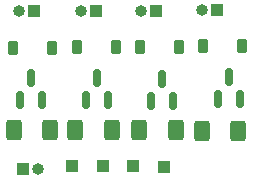
<source format=gbr>
%TF.GenerationSoftware,KiCad,Pcbnew,9.0.0*%
%TF.CreationDate,2025-06-16T15:16:05+05:00*%
%TF.ProjectId,dronemotordriver,64726f6e-656d-46f7-946f-726472697665,rev?*%
%TF.SameCoordinates,Original*%
%TF.FileFunction,Soldermask,Top*%
%TF.FilePolarity,Negative*%
%FSLAX46Y46*%
G04 Gerber Fmt 4.6, Leading zero omitted, Abs format (unit mm)*
G04 Created by KiCad (PCBNEW 9.0.0) date 2025-06-16 15:16:05*
%MOMM*%
%LPD*%
G01*
G04 APERTURE LIST*
G04 Aperture macros list*
%AMRoundRect*
0 Rectangle with rounded corners*
0 $1 Rounding radius*
0 $2 $3 $4 $5 $6 $7 $8 $9 X,Y pos of 4 corners*
0 Add a 4 corners polygon primitive as box body*
4,1,4,$2,$3,$4,$5,$6,$7,$8,$9,$2,$3,0*
0 Add four circle primitives for the rounded corners*
1,1,$1+$1,$2,$3*
1,1,$1+$1,$4,$5*
1,1,$1+$1,$6,$7*
1,1,$1+$1,$8,$9*
0 Add four rect primitives between the rounded corners*
20,1,$1+$1,$2,$3,$4,$5,0*
20,1,$1+$1,$4,$5,$6,$7,0*
20,1,$1+$1,$6,$7,$8,$9,0*
20,1,$1+$1,$8,$9,$2,$3,0*%
G04 Aperture macros list end*
%ADD10RoundRect,0.250000X-0.400000X-0.625000X0.400000X-0.625000X0.400000X0.625000X-0.400000X0.625000X0*%
%ADD11RoundRect,0.150000X0.150000X-0.587500X0.150000X0.587500X-0.150000X0.587500X-0.150000X-0.587500X0*%
%ADD12R,1.000000X1.000000*%
%ADD13O,1.000000X1.000000*%
%ADD14RoundRect,0.225000X-0.225000X-0.375000X0.225000X-0.375000X0.225000X0.375000X-0.225000X0.375000X0*%
G04 APERTURE END LIST*
D10*
%TO.C,R3*%
X120500000Y-97025000D03*
X123600000Y-97025000D03*
%TD*%
%TO.C,R2*%
X115100000Y-97000000D03*
X118200000Y-97000000D03*
%TD*%
D11*
%TO.C,Q2*%
X115975000Y-94475000D03*
X117875000Y-94475000D03*
X116925000Y-92600000D03*
%TD*%
D12*
%TO.C,+5V*%
X110700000Y-100275000D03*
D13*
X111970000Y-100275000D03*
%TD*%
D10*
%TO.C,R1*%
X109875000Y-97025000D03*
X112975000Y-97025000D03*
%TD*%
D12*
%TO.C,J5*%
X127095000Y-86850000D03*
D13*
X125825000Y-86850000D03*
%TD*%
D14*
%TO.C,D2*%
X115275000Y-89975000D03*
X118575000Y-89975000D03*
%TD*%
D12*
%TO.C,J2*%
X111600000Y-86875000D03*
D13*
X110330000Y-86875000D03*
%TD*%
D14*
%TO.C,D1*%
X109850000Y-90025000D03*
X113150000Y-90025000D03*
%TD*%
D11*
%TO.C,Q3*%
X121500000Y-94525000D03*
X123400000Y-94525000D03*
X122450000Y-92650000D03*
%TD*%
D12*
%TO.C,J4*%
X121895000Y-86875000D03*
D13*
X120625000Y-86875000D03*
%TD*%
D12*
%TO.C,J3*%
X116800000Y-86875000D03*
D13*
X115530000Y-86875000D03*
%TD*%
D12*
%TO.C,IN1*%
X114800000Y-100050000D03*
%TD*%
D14*
%TO.C,D3*%
X120600000Y-90000000D03*
X123900000Y-90000000D03*
%TD*%
D10*
%TO.C,R4*%
X125775000Y-97050000D03*
X128875000Y-97050000D03*
%TD*%
D12*
%TO.C,IN3*%
X119975000Y-100075000D03*
%TD*%
%TO.C,IN4*%
X122625000Y-100100000D03*
%TD*%
D11*
%TO.C,Q4*%
X127175000Y-94375000D03*
X129075000Y-94375000D03*
X128125000Y-92500000D03*
%TD*%
D12*
%TO.C,J7*%
X117400000Y-100050000D03*
%TD*%
D11*
%TO.C,Q1*%
X110375000Y-94425000D03*
X112275000Y-94425000D03*
X111325000Y-92550000D03*
%TD*%
D14*
%TO.C,D4*%
X125900000Y-89900000D03*
X129200000Y-89900000D03*
%TD*%
M02*

</source>
